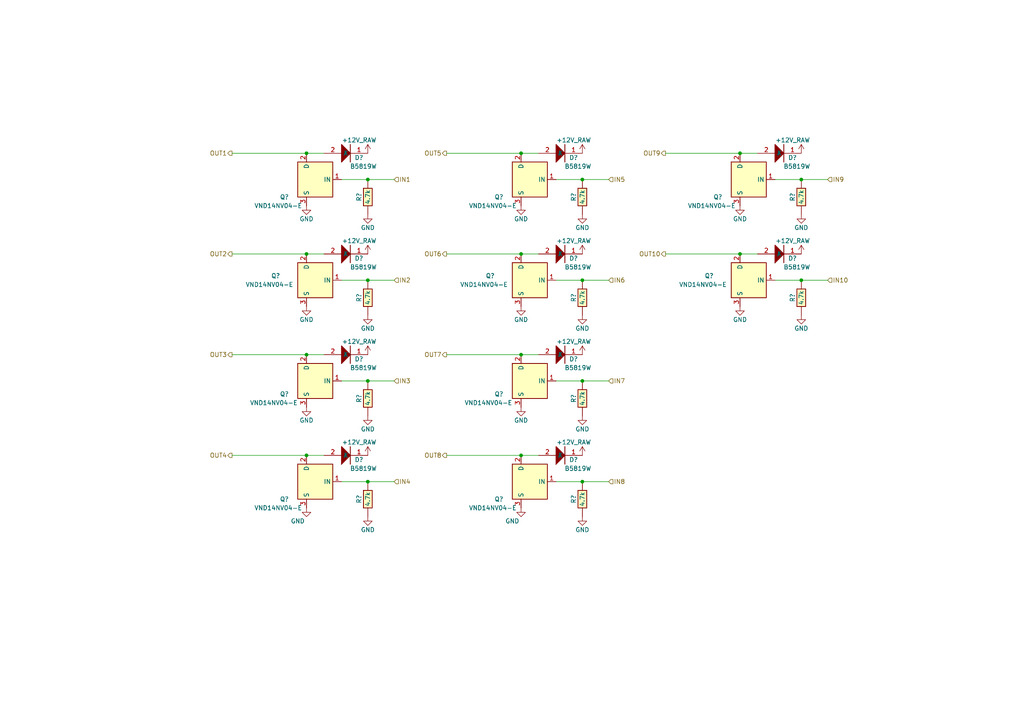
<source format=kicad_sch>
(kicad_sch (version 20230121) (generator eeschema)
  (paper "A4")
  (lib_symbols
    (symbol "Power_Management:AUIPS2041L"
      (property "Reference" "U" (at 3.81 1.27 0))
      (property "Value" "AUIPS2041L" (at 3.81 -1.27 0))
      (symbol "AUIPS2041L_0_1"
        (rectangle (start -7.62 5.08) (end 2.54 -5.08) (stroke (width 0.254)) (fill (type background)))
      )
      (symbol "AUIPS2041L_1_1"
        (pin input line (at -10.16 0 0) (length 2.54) (name "IN") (number "1"))
        (pin passive line (at 0 7.62 270) (length 2.54) (name "D") (number "2"))
        (pin power_in line (at 0 -7.62 90) (length 2.54) (name "S") (number "3"))
      )
    )
    (symbol "hellen-one-common:+12V_RAW" (power) (pin_names (offset 0))
      (property "Value" "+12V_RAW" (at 0 3.556 0))
      (symbol "+12V_RAW_0_1"
        (polyline (pts (xy -0.762 1.27) (xy 0 2.54)))
        (polyline (pts (xy 0 0) (xy 0 2.54)))
        (polyline (pts (xy 0 2.54) (xy 0.762 1.27)))
      )
      (symbol "+12V_RAW_1_1"
        (pin power_in line (at 0 0 90) (length 0) hide (name "+12V_RAW") (number "1"))
      )
    )
    (symbol "hellen-one-common:1N4148WS"
      (property "Reference" "D" (at 0 2.54 0))
      (property "Value" "1N4148WS" (at 0 -3.81 0))
      (symbol "1N4148WS_1_0"
        (polyline (pts (xy 2.54 2.54) (xy 2.54 -2.54)) (stroke (width 0.254)))
        (polyline (pts (xy 0 -2.54) (xy 2.54 0) (xy 0 2.54) (xy 0 -2.54)) (stroke (width 0.254)) (fill (type outline)))
        (pin passive line (at 7.62 0 180) (length 5.08) (name "K") (number "1"))
        (pin passive line (at -5.08 0 0) (length 5.08) (name "A") (number "2"))
      )
    )
    (symbol "hellen-one-common:Res" (pin_numbers hide)
      (property "Reference" "R" (at 3.81 2.54 0))
      (property "Value" "Res" (at 5.08 -2.54 0))
      (symbol "Res_1_0"
        (rectangle (start 2.54 -1.27) (end 7.62 1.27) (stroke (width 0.254)) (fill (type background)))
        (pin passive line (at 0 0 0) (length 2.54) (name "") (number "1"))
        (pin passive line (at 10.16 0 180) (length 2.54) (name "") (number "2"))
      )
    )
    (symbol "power:GND" (power) (pin_names (offset 0))
      (property "Value" "GND" (at 0 -3.81 0))
      (symbol "GND_0_1"
        (polyline (pts (xy 0 0) (xy 0 -1.27) (xy 1.27 -1.27) (xy 0 -2.54) (xy -1.27 -1.27) (xy 0 -1.27)))
      )
      (symbol "GND_1_1"
        (pin power_in line (at 0 0 270) (length 0) hide (name "GND") (number "1"))
      )
    )
  )
  (junction (at 168.91 81.28))
  (junction (at 232.41 52.07))
  (junction (at 214.63 73.66))
  (junction (at 168.91 110.49))
  (junction (at 232.41 81.28))
  (junction (at 168.91 139.7))
  (junction (at 106.68 110.49))
  (junction (at 88.9 73.66))
  (junction (at 151.13 102.87))
  (junction (at 168.91 52.07))
  (junction (at 151.13 73.66))
  (junction (at 88.9 102.87))
  (junction (at 151.13 44.45))
  (junction (at 106.68 139.7))
  (junction (at 214.63 44.45))
  (junction (at 106.68 52.07))
  (junction (at 106.68 81.28))
  (junction (at 88.9 44.45))
  (junction (at 88.9 132.08))
  (junction (at 151.13 132.08))
  (wire (pts (xy 88.9 44.45) (xy 93.98 44.45)))
  (wire (pts (xy 176.53 81.28) (xy 168.91 81.28)))
  (wire (pts (xy 114.3 81.28) (xy 106.68 81.28)))
  (wire (pts (xy 106.68 81.28) (xy 99.06 81.28)))
  (wire (pts (xy 88.9 73.66) (xy 93.98 73.66)))
  (wire (pts (xy 176.53 110.49) (xy 168.91 110.49)))
  (wire (pts (xy 176.53 52.07) (xy 168.91 52.07)))
  (wire (pts (xy 129.54 44.45) (xy 151.13 44.45)))
  (wire (pts (xy 214.63 44.45) (xy 219.71 44.45)))
  (wire (pts (xy 193.04 44.45) (xy 214.63 44.45)))
  (wire (pts (xy 129.54 102.87) (xy 151.13 102.87)))
  (wire (pts (xy 114.3 110.49) (xy 106.68 110.49)))
  (wire (pts (xy 88.9 102.87) (xy 93.98 102.87)))
  (wire (pts (xy 232.41 81.28) (xy 224.79 81.28)))
  (wire (pts (xy 114.3 52.07) (xy 106.68 52.07)))
  (wire (pts (xy 106.68 139.7) (xy 99.06 139.7)))
  (wire (pts (xy 232.41 52.07) (xy 224.79 52.07)))
  (wire (pts (xy 106.68 110.49) (xy 99.06 110.49)))
  (wire (pts (xy 114.3 139.7) (xy 106.68 139.7)))
  (wire (pts (xy 214.63 73.66) (xy 219.71 73.66)))
  (wire (pts (xy 67.31 44.45) (xy 88.9 44.45)))
  (wire (pts (xy 67.31 73.66) (xy 88.9 73.66)))
  (wire (pts (xy 106.68 52.07) (xy 99.06 52.07)))
  (wire (pts (xy 129.54 132.08) (xy 151.13 132.08)))
  (wire (pts (xy 176.53 139.7) (xy 168.91 139.7)))
  (wire (pts (xy 151.13 102.87) (xy 156.21 102.87)))
  (wire (pts (xy 67.31 132.08) (xy 88.9 132.08)))
  (wire (pts (xy 67.31 102.87) (xy 88.9 102.87)))
  (wire (pts (xy 168.91 81.28) (xy 161.29 81.28)))
  (wire (pts (xy 151.13 44.45) (xy 156.21 44.45)))
  (wire (pts (xy 168.91 110.49) (xy 161.29 110.49)))
  (wire (pts (xy 232.41 52.07) (xy 240.03 52.07)))
  (wire (pts (xy 168.91 139.7) (xy 161.29 139.7)))
  (wire (pts (xy 168.91 52.07) (xy 161.29 52.07)))
  (wire (pts (xy 129.54 73.66) (xy 151.13 73.66)))
  (wire (pts (xy 240.03 81.28) (xy 232.41 81.28)))
  (wire (pts (xy 151.13 73.66) (xy 156.21 73.66)))
  (wire (pts (xy 88.9 132.08) (xy 93.98 132.08)))
  (wire (pts (xy 151.13 132.08) (xy 156.21 132.08)))
  (wire (pts (xy 193.04 73.66) (xy 214.63 73.66)))
  (hierarchical_label "IN4" (shape input) (at 114.3 139.7 0))
  (hierarchical_label "IN5" (shape input) (at 176.53 52.07 0))
  (hierarchical_label "IN3" (shape input) (at 114.3 110.49 0))
  (hierarchical_label "OUT7" (shape output) (at 129.54 102.87 180))
  (hierarchical_label "IN10" (shape input) (at 240.03 81.28 0))
  (hierarchical_label "OUT1" (shape output) (at 67.31 44.45 180))
  (hierarchical_label "IN2" (shape input) (at 114.3 81.28 0))
  (hierarchical_label "IN8" (shape input) (at 176.53 139.7 0))
  (hierarchical_label "IN9" (shape input) (at 240.03 52.07 0))
  (hierarchical_label "IN6" (shape input) (at 176.53 81.28 0))
  (hierarchical_label "OUT9" (shape output) (at 193.04 44.45 180))
  (hierarchical_label "OUT8" (shape output) (at 129.54 132.08 180))
  (hierarchical_label "OUT5" (shape output) (at 129.54 44.45 180))
  (hierarchical_label "OUT10" (shape output) (at 193.04 73.66 180))
  (hierarchical_label "IN1" (shape input) (at 114.3 52.07 0))
  (hierarchical_label "OUT4" (shape output) (at 67.31 132.08 180))
  (hierarchical_label "IN7" (shape input) (at 176.53 110.49 0))
  (hierarchical_label "OUT3" (shape output) (at 67.31 102.87 180))
  (hierarchical_label "OUT6" (shape output) (at 129.54 73.66 180))
  (hierarchical_label "OUT2" (shape output) (at 67.31 73.66 180))
  (symbol (lib_id "power:GND") (at 214.63 88.9 0) (mirror y) (unit 1)
    (property "Reference" "#PWR?" (effects hide))
    (property "Value" "GND" (at 214.63 92.71 0))
    (instances (project "alphax_8ch" (path "" (reference "#PWR?") (unit 1)) (path "" (reference "#PWR0389") (unit 1))))
  )
  (symbol (lib_id "power:GND") (at 151.13 88.9 0) (mirror y) (unit 1)
    (property "Reference" "#PWR?" (effects hide))
    (property "Value" "GND" (at 151.13 92.71 0))
    (instances (project "alphax_8ch" (path "" (reference "#PWR?") (unit 1)) (path "" (reference "#PWR0357") (unit 1))))
  )
  (symbol (lib_id "power:GND") (at 88.9 118.11 0) (mirror y) (unit 1)
    (property "Reference" "#PWR?" (effects hide))
    (property "Value" "GND" (at 88.9 121.92 0))
    (instances (project "alphax_8ch" (path "" (reference "#PWR?") (unit 1)) (path "" (reference "#PWR0366") (unit 1))))
  )
  (symbol (lib_id "hellen-one-common:Res") (at 106.68 110.49 270) (unit 1)
    (property "Reference" "R?" (at 104.14 115.57 0))
    (property "Value" "4.7k" (at 106.68 115.57 0))
    (property "Footprint" "hellen-one-common:R0603" (effects hide))
    (property "LCSC" "C23162" (effects hide))
    (instances (project "alphax_8ch" (path "" (reference "R?") (unit 1)) (path "" (reference "R215") (unit 1))))
  )
  (symbol (lib_id "hellen-one-common:1N4148WS") (at 224.79 44.45 0) (unit 1)
    (property "Reference" "D?" (at 229.87 45.72 0))
    (property "Value" "B5819W" (at 231.14 48.26 0))
    (property "Footprint" "hellen-one-common:SOD-123" (effects hide))
    (property "LCSC" "C8598" (effects hide))
    (instances (project "alphax_8ch" (path "" (reference "D?") (unit 1)) (path "" (reference "D100") (unit 1))))
  )
  (symbol (lib_id "hellen-one-common:+12V_RAW") (at 232.41 44.45 0) (mirror y) (unit 1)
    (property "Reference" "#PWR?" (effects hide))
    (property "Value" "+12V_RAW" (at 234.95 40.64 0) (effects (justify left)))
    (instances (project "alphax_8ch" (path "" (reference "#PWR?") (unit 1)) (path "" (reference "#PWR0392") (unit 1))))
  )
  (symbol (lib_id "hellen-one-common:1N4148WS") (at 161.29 73.66 0) (unit 1)
    (property "Reference" "D?" (at 166.37 74.93 0))
    (property "Value" "B5819W" (at 167.64 77.47 0))
    (property "Footprint" "hellen-one-common:SOD-123" (effects hide))
    (property "LCSC" "C8598" (effects hide))
    (instances (project "alphax_8ch" (path "" (reference "D?") (unit 1)) (path "" (reference "D97") (unit 1))))
  )
  (symbol (lib_id "hellen-one-common:1N4148WS") (at 99.06 44.45 0) (unit 1)
    (property "Reference" "D?" (at 104.14 45.72 0))
    (property "Value" "B5819W" (at 105.41 48.26 0))
    (property "Footprint" "hellen-one-common:SOD-123" (effects hide))
    (property "LCSC" "C8598" (effects hide))
    (instances (project "alphax_8ch" (path "" (reference "D?") (unit 1)) (path "" (reference "D92") (unit 1))))
  )
  (symbol (lib_id "power:GND") (at 214.63 59.69 0) (mirror y) (unit 1)
    (property "Reference" "#PWR?" (effects hide))
    (property "Value" "GND" (at 214.63 63.5 0))
    (instances (project "alphax_8ch" (path "" (reference "#PWR?") (unit 1)) (path "" (reference "#PWR0388") (unit 1))))
  )
  (symbol (lib_id "hellen-one-common:Res") (at 168.91 139.7 270) (unit 1)
    (property "Reference" "R?" (at 166.37 144.78 0))
    (property "Value" "4.7k" (at 168.91 144.78 0))
    (property "Footprint" "hellen-one-common:R0603" (effects hide))
    (property "LCSC" "C23162" (effects hide))
    (instances (project "alphax_8ch" (path "" (reference "R?") (unit 1)) (path "" (reference "R212") (unit 1))))
  )
  (symbol (lib_id "hellen-one-common:1N4148WS") (at 224.79 73.66 0) (unit 1)
    (property "Reference" "D?" (at 229.87 74.93 0))
    (property "Value" "B5819W" (at 231.14 77.47 0))
    (property "Footprint" "hellen-one-common:SOD-123" (effects hide))
    (property "LCSC" "C8598" (effects hide))
    (instances (project "alphax_8ch" (path "" (reference "D?") (unit 1)) (path "" (reference "D101") (unit 1))))
  )
  (symbol (lib_id "hellen-one-common:1N4148WS") (at 99.06 102.87 0) (unit 1)
    (property "Reference" "D?" (at 104.14 104.14 0))
    (property "Value" "B5819W" (at 105.41 106.68 0))
    (property "Footprint" "hellen-one-common:SOD-123" (effects hide))
    (property "LCSC" "C8598" (effects hide))
    (instances (project "alphax_8ch" (path "" (reference "D?") (unit 1)) (path "" (reference "D94") (unit 1))))
  )
  (symbol (lib_id "Power_Management:AUIPS2041L") (at 151.13 139.7 0) (mirror y) (unit 1)
    (property "Reference" "Q?" (at 146.05 144.78 0) (effects (justify left)))
    (property "Value" "VND14NV04-E" (at 149.86 147.32 0) (effects (justify left)))
    (property "Footprint" "hellen-one-common:DPAK" (effects hide))
    (property "Datasheet" "https://www.infineon.com/dgdl/Infineon-AUIPS2041-DS-v01_00-EN.pdf?fileId=5546d4625a888733015aae147a9d4c57" (effects hide))
    (property "LCSC" "C155647" (effects hide))
    (instances (project "alphax_8ch" (path "" (reference "Q?") (unit 1)) (path "" (reference "Q57") (unit 1))))
  )
  (symbol (lib_id "hellen-one-common:+12V_RAW") (at 106.68 102.87 0) (mirror y) (unit 1)
    (property "Reference" "#PWR?" (effects hide))
    (property "Value" "+12V_RAW" (at 109.22 99.06 0) (effects (justify left)))
    (instances (project "alphax_8ch" (path "" (reference "#PWR?") (unit 1)) (path "" (reference "#PWR0372") (unit 1))))
  )
  (symbol (lib_id "hellen-one-common:Res") (at 106.68 81.28 270) (unit 1)
    (property "Reference" "R?" (at 104.14 86.36 0))
    (property "Value" "4.7k" (at 106.68 86.36 0))
    (property "Footprint" "hellen-one-common:R0603" (effects hide))
    (property "LCSC" "C23162" (effects hide))
    (instances (project "alphax_8ch" (path "" (reference "R?") (unit 1)) (path "" (reference "R214") (unit 1))))
  )
  (symbol (lib_id "hellen-one-common:Res") (at 232.41 81.28 270) (unit 1)
    (property "Reference" "R?" (at 229.87 86.36 0))
    (property "Value" "4.7k" (at 232.41 86.36 0))
    (property "Footprint" "hellen-one-common:R0603" (effects hide))
    (property "LCSC" "C23162" (effects hide))
    (instances (project "alphax_8ch" (path "" (reference "R?") (unit 1)) (path "" (reference "R222") (unit 1))))
  )
  (symbol (lib_id "power:GND") (at 151.13 59.69 0) (mirror y) (unit 1)
    (property "Reference" "#PWR?" (effects hide))
    (property "Value" "GND" (at 151.13 63.5 0))
    (instances (project "alphax_8ch" (path "" (reference "#PWR?") (unit 1)) (path "" (reference "#PWR0356") (unit 1))))
  )
  (symbol (lib_id "hellen-one-common:+12V_RAW") (at 106.68 73.66 0) (mirror y) (unit 1)
    (property "Reference" "#PWR?" (effects hide))
    (property "Value" "+12V_RAW" (at 109.22 69.85 0) (effects (justify left)))
    (instances (project "alphax_8ch" (path "" (reference "#PWR?") (unit 1)) (path "" (reference "#PWR0370") (unit 1))))
  )
  (symbol (lib_id "Power_Management:AUIPS2041L") (at 88.9 81.28 0) (mirror y) (unit 1)
    (property "Reference" "Q?" (at 81.28 80.01 0) (effects (justify left)))
    (property "Value" "VND14NV04-E" (at 85.09 82.55 0) (effects (justify left)))
    (property "Footprint" "hellen-one-common:DPAK" (effects hide))
    (property "Datasheet" "https://www.infineon.com/dgdl/Infineon-AUIPS2041-DS-v01_00-EN.pdf?fileId=5546d4625a888733015aae147a9d4c57" (effects hide))
    (property "LCSC" " C155647" (effects hide))
    (instances (project "alphax_8ch" (path "" (reference "Q?") (unit 1)) (path "" (reference "Q59") (unit 1))))
  )
  (symbol (lib_id "hellen-one-common:+12V_RAW") (at 232.41 73.66 0) (mirror y) (unit 1)
    (property "Reference" "#PWR?" (effects hide))
    (property "Value" "+12V_RAW" (at 234.95 69.85 0) (effects (justify left)))
    (instances (project "alphax_8ch" (path "" (reference "#PWR?") (unit 1)) (path "" (reference "#PWR0394") (unit 1))))
  )
  (symbol (lib_id "power:GND") (at 88.9 147.32 0) (mirror y) (unit 1)
    (property "Reference" "#PWR?" (effects hide))
    (property "Value" "GND" (at 86.36 151.13 0))
    (instances (project "alphax_8ch" (path "" (reference "#PWR?") (unit 1)) (path "" (reference "#PWR0367") (unit 1))))
  )
  (symbol (lib_id "power:GND") (at 88.9 88.9 0) (mirror y) (unit 1)
    (property "Reference" "#PWR?" (effects hide))
    (property "Value" "GND" (at 88.9 92.71 0))
    (instances (project "alphax_8ch" (path "" (reference "#PWR?") (unit 1)) (path "" (reference "#PWR0365") (unit 1))))
  )
  (symbol (lib_id "hellen-one-common:Res") (at 232.41 52.07 270) (unit 1)
    (property "Reference" "R?" (at 229.87 57.15 0))
    (property "Value" "4.7k" (at 232.41 57.15 0))
    (property "Footprint" "hellen-one-common:R0603" (effects hide))
    (property "LCSC" "C23162" (effects hide))
    (instances (project "alphax_8ch" (path "" (reference "R?") (unit 1)) (path "" (reference "R221") (unit 1))))
  )
  (symbol (lib_id "power:GND") (at 88.9 59.69 0) (mirror y) (unit 1)
    (property "Reference" "#PWR?" (effects hide))
    (property "Value" "GND" (at 88.9 63.5 0))
    (instances (project "alphax_8ch" (path "" (reference "#PWR?") (unit 1)) (path "" (reference "#PWR0364") (unit 1))))
  )
  (symbol (lib_id "power:GND") (at 106.68 91.44 0) (mirror y) (unit 1)
    (property "Reference" "#PWR?" (effects hide))
    (property "Value" "GND" (at 106.68 95.25 0))
    (instances (project "alphax_8ch" (path "" (reference "#PWR?") (unit 1)) (path "" (reference "#PWR0371") (unit 1))))
  )
  (symbol (lib_id "power:GND") (at 232.41 91.44 0) (mirror y) (unit 1)
    (property "Reference" "#PWR?" (effects hide))
    (property "Value" "GND" (at 232.41 95.25 0))
    (instances (project "alphax_8ch" (path "" (reference "#PWR?") (unit 1)) (path "" (reference "#PWR0395") (unit 1))))
  )
  (symbol (lib_id "Power_Management:AUIPS2041L") (at 88.9 139.7 0) (mirror y) (unit 1)
    (property "Reference" "Q?" (at 83.82 144.78 0) (effects (justify left)))
    (property "Value" "VND14NV04-E" (at 87.63 147.32 0) (effects (justify left)))
    (property "Footprint" "hellen-one-common:DPAK" (effects hide))
    (property "Datasheet" "https://www.infineon.com/dgdl/Infineon-AUIPS2041-DS-v01_00-EN.pdf?fileId=5546d4625a888733015aae147a9d4c57" (effects hide))
    (property "LCSC" "C155647" (effects hide))
    (instances (project "alphax_8ch" (path "" (reference "Q?") (unit 1)) (path "" (reference "Q61") (unit 1))))
  )
  (symbol (lib_id "hellen-one-common:+12V_RAW") (at 168.91 102.87 0) (mirror y) (unit 1)
    (property "Reference" "#PWR?" (effects hide))
    (property "Value" "+12V_RAW" (at 171.45 99.06 0) (effects (justify left)))
    (instances (project "alphax_8ch" (path "" (reference "#PWR?") (unit 1)) (path "" (reference "#PWR0384") (unit 1))))
  )
  (symbol (lib_id "hellen-one-common:+12V_RAW") (at 106.68 132.08 0) (mirror y) (unit 1)
    (property "Reference" "#PWR?" (effects hide))
    (property "Value" "+12V_RAW" (at 109.22 128.27 0) (effects (justify left)))
    (instances (project "alphax_8ch" (path "" (reference "#PWR?") (unit 1)) (path "" (reference "#PWR0374") (unit 1))))
  )
  (symbol (lib_id "Power_Management:AUIPS2041L") (at 151.13 110.49 0) (mirror y) (unit 1)
    (property "Reference" "Q?" (at 146.05 114.3 0) (effects (justify left)))
    (property "Value" "VND14NV04-E" (at 148.59 116.84 0) (effects (justify left)))
    (property "Footprint" "hellen-one-common:DPAK" (effects hide))
    (property "Datasheet" "https://www.infineon.com/dgdl/Infineon-AUIPS2041-DS-v01_00-EN.pdf?fileId=5546d4625a888733015aae147a9d4c57" (effects hide))
    (property "LCSC" "C155647" (effects hide))
    (instances (project "alphax_8ch" (path "" (reference "Q?") (unit 1)) (path "" (reference "Q56") (unit 1))))
  )
  (symbol (lib_id "power:GND") (at 168.91 62.23 0) (mirror y) (unit 1)
    (property "Reference" "#PWR?" (effects hide))
    (property "Value" "GND" (at 168.91 66.04 0))
    (instances (project "alphax_8ch" (path "" (reference "#PWR?") (unit 1)) (path "" (reference "#PWR0361") (unit 1))))
  )
  (symbol (lib_id "hellen-one-common:+12V_RAW") (at 106.68 44.45 0) (mirror y) (unit 1)
    (property "Reference" "#PWR?" (effects hide))
    (property "Value" "+12V_RAW" (at 109.22 40.64 0) (effects (justify left)))
    (instances (project "alphax_8ch" (path "" (reference "#PWR?") (unit 1)) (path "" (reference "#PWR0368") (unit 1))))
  )
  (symbol (lib_id "hellen-one-common:1N4148WS") (at 161.29 102.87 0) (unit 1)
    (property "Reference" "D?" (at 166.37 104.14 0))
    (property "Value" "B5819W" (at 167.64 106.68 0))
    (property "Footprint" "hellen-one-common:SOD-123" (effects hide))
    (property "LCSC" "C8598" (effects hide))
    (instances (project "alphax_8ch" (path "" (reference "D?") (unit 1)) (path "" (reference "D98") (unit 1))))
  )
  (symbol (lib_id "hellen-one-common:+12V_RAW") (at 168.91 132.08 0) (mirror y) (unit 1)
    (property "Reference" "#PWR?" (effects hide))
    (property "Value" "+12V_RAW" (at 171.45 128.27 0) (effects (justify left)))
    (instances (project "alphax_8ch" (path "" (reference "#PWR?") (unit 1)) (path "" (reference "#PWR0386") (unit 1))))
  )
  (symbol (lib_id "hellen-one-common:Res") (at 168.91 81.28 270) (unit 1)
    (property "Reference" "R?" (at 166.37 86.36 0))
    (property "Value" "4.7k" (at 168.91 86.36 0))
    (property "Footprint" "hellen-one-common:R0603" (effects hide))
    (property "LCSC" "C23162" (effects hide))
    (instances (project "alphax_8ch" (path "" (reference "R?") (unit 1)) (path "" (reference "R210") (unit 1))))
  )
  (symbol (lib_id "power:GND") (at 106.68 149.86 0) (mirror y) (unit 1)
    (property "Reference" "#PWR?" (effects hide))
    (property "Value" "GND" (at 106.68 153.67 0))
    (instances (project "alphax_8ch" (path "" (reference "#PWR?") (unit 1)) (path "" (reference "#PWR0375") (unit 1))))
  )
  (symbol (lib_id "power:GND") (at 232.41 62.23 0) (mirror y) (unit 1)
    (property "Reference" "#PWR?" (effects hide))
    (property "Value" "GND" (at 232.41 66.04 0))
    (instances (project "alphax_8ch" (path "" (reference "#PWR?") (unit 1)) (path "" (reference "#PWR0393") (unit 1))))
  )
  (symbol (lib_id "Power_Management:AUIPS2041L") (at 214.63 52.07 0) (mirror y) (unit 1)
    (property "Reference" "Q?" (at 209.55 57.15 0) (effects (justify left)))
    (property "Value" "VND14NV04-E" (at 213.36 59.69 0) (effects (justify left)))
    (property "Footprint" "hellen-one-common:DPAK" (effects hide))
    (property "Datasheet" "https://www.infineon.com/dgdl/Infineon-AUIPS2041-DS-v01_00-EN.pdf?fileId=5546d4625a888733015aae147a9d4c57" (effects hide))
    (property "LCSC" "C155647" (effects hide))
    (instances (project "alphax_8ch" (path "" (reference "Q?") (unit 1)) (path "" (reference "Q66") (unit 1))))
  )
  (symbol (lib_id "hellen-one-common:Res") (at 168.91 110.49 270) (unit 1)
    (property "Reference" "R?" (at 166.37 115.57 0))
    (property "Value" "4.7k" (at 168.91 115.57 0))
    (property "Footprint" "hellen-one-common:R0603" (effects hide))
    (property "LCSC" "C23162" (effects hide))
    (instances (project "alphax_8ch" (path "" (reference "R?") (unit 1)) (path "" (reference "R211") (unit 1))))
  )
  (symbol (lib_id "hellen-one-common:Res") (at 106.68 139.7 270) (unit 1)
    (property "Reference" "R?" (at 104.14 144.78 0))
    (property "Value" "4.7k" (at 106.68 144.78 0))
    (property "Footprint" "hellen-one-common:R0603" (effects hide))
    (property "LCSC" "C23162" (effects hide))
    (instances (project "alphax_8ch" (path "" (reference "R?") (unit 1)) (path "" (reference "R216") (unit 1))))
  )
  (symbol (lib_id "hellen-one-common:1N4148WS") (at 99.06 73.66 0) (unit 1)
    (property "Reference" "D?" (at 104.14 74.93 0))
    (property "Value" "B5819W" (at 105.41 77.47 0))
    (property "Footprint" "hellen-one-common:SOD-123" (effects hide))
    (property "LCSC" "C8598" (effects hide))
    (instances (project "alphax_8ch" (path "" (reference "D?") (unit 1)) (path "" (reference "D93") (unit 1))))
  )
  (symbol (lib_id "hellen-one-common:+12V_RAW") (at 168.91 73.66 0) (mirror y) (unit 1)
    (property "Reference" "#PWR?" (effects hide))
    (property "Value" "+12V_RAW" (at 171.45 69.85 0) (effects (justify left)))
    (instances (project "alphax_8ch" (path "" (reference "#PWR?") (unit 1)) (path "" (reference "#PWR0362") (unit 1))))
  )
  (symbol (lib_id "power:GND") (at 151.13 118.11 0) (mirror y) (unit 1)
    (property "Reference" "#PWR?" (effects hide))
    (property "Value" "GND" (at 151.13 121.92 0))
    (instances (project "alphax_8ch" (path "" (reference "#PWR?") (unit 1)) (path "" (reference "#PWR0358") (unit 1))))
  )
  (symbol (lib_id "power:GND") (at 168.91 120.65 0) (mirror y) (unit 1)
    (property "Reference" "#PWR?" (effects hide))
    (property "Value" "GND" (at 168.91 124.46 0))
    (instances (project "alphax_8ch" (path "" (reference "#PWR?") (unit 1)) (path "" (reference "#PWR0385") (unit 1))))
  )
  (symbol (lib_id "power:GND") (at 168.91 91.44 0) (mirror y) (unit 1)
    (property "Reference" "#PWR?" (effects hide))
    (property "Value" "GND" (at 168.91 95.25 0))
    (instances (project "alphax_8ch" (path "" (reference "#PWR?") (unit 1)) (path "" (reference "#PWR0363") (unit 1))))
  )
  (symbol (lib_id "hellen-one-common:1N4148WS") (at 99.06 132.08 0) (unit 1)
    (property "Reference" "D?" (at 104.14 133.35 0))
    (property "Value" "B5819W" (at 105.41 135.89 0))
    (property "Footprint" "hellen-one-common:SOD-123" (effects hide))
    (property "LCSC" "C8598" (effects hide))
    (instances (project "alphax_8ch" (path "" (reference "D?") (unit 1)) (path "" (reference "D95") (unit 1))))
  )
  (symbol (lib_id "power:GND") (at 106.68 62.23 0) (mirror y) (unit 1)
    (property "Reference" "#PWR?" (effects hide))
    (property "Value" "GND" (at 106.68 66.04 0))
    (instances (project "alphax_8ch" (path "" (reference "#PWR?") (unit 1)) (path "" (reference "#PWR0369") (unit 1))))
  )
  (symbol (lib_id "hellen-one-common:1N4148WS") (at 161.29 132.08 0) (unit 1)
    (property "Reference" "D?" (at 166.37 133.35 0))
    (property "Value" "B5819W" (at 167.64 135.89 0))
    (property "Footprint" "hellen-one-common:SOD-123" (effects hide))
    (property "LCSC" "C8598" (effects hide))
    (instances (project "alphax_8ch" (path "" (reference "D?") (unit 1)) (path "" (reference "D99") (unit 1))))
  )
  (symbol (lib_id "power:GND") (at 151.13 147.32 0) (mirror y) (unit 1)
    (property "Reference" "#PWR?" (effects hide))
    (property "Value" "GND" (at 148.59 151.13 0))
    (instances (project "alphax_8ch" (path "" (reference "#PWR?") (unit 1)) (path "" (reference "#PWR0359") (unit 1))))
  )
  (symbol (lib_id "power:GND") (at 168.91 149.86 0) (mirror y) (unit 1)
    (property "Reference" "#PWR?" (effects hide))
    (property "Value" "GND" (at 168.91 153.67 0))
    (instances (project "alphax_8ch" (path "" (reference "#PWR?") (unit 1)) (path "" (reference "#PWR0387") (unit 1))))
  )
  (symbol (lib_id "Power_Management:AUIPS2041L") (at 151.13 52.07 0) (mirror y) (unit 1)
    (property "Reference" "Q?" (at 146.05 57.15 0) (effects (justify left)))
    (property "Value" "VND14NV04-E" (at 149.86 59.69 0) (effects (justify left)))
    (property "Footprint" "hellen-one-common:DPAK" (effects hide))
    (property "Datasheet" "https://www.infineon.com/dgdl/Infineon-AUIPS2041-DS-v01_00-EN.pdf?fileId=5546d4625a888733015aae147a9d4c57" (effects hide))
    (property "LCSC" "C155647" (effects hide))
    (instances (project "alphax_8ch" (path "" (reference "Q?") (unit 1)) (path "" (reference "Q54") (unit 1))))
  )
  (symbol (lib_id "Power_Management:AUIPS2041L") (at 88.9 110.49 0) (mirror y) (unit 1)
    (property "Reference" "Q?" (at 83.82 114.3 0) (effects (justify left)))
    (property "Value" "VND14NV04-E" (at 86.36 116.84 0) (effects (justify left)))
    (property "Footprint" "hellen-one-common:DPAK" (effects hide))
    (property "Datasheet" "https://www.infineon.com/dgdl/Infineon-AUIPS2041-DS-v01_00-EN.pdf?fileId=5546d4625a888733015aae147a9d4c57" (effects hide))
    (property "LCSC" "C155647" (effects hide))
    (instances (project "alphax_8ch" (path "" (reference "Q?") (unit 1)) (path "" (reference "Q60") (unit 1))))
  )
  (symbol (lib_id "hellen-one-common:1N4148WS") (at 161.29 44.45 0) (unit 1)
    (property "Reference" "D?" (at 166.37 45.72 0))
    (property "Value" "B5819W" (at 167.64 48.26 0))
    (property "Footprint" "hellen-one-common:SOD-123" (effects hide))
    (property "LCSC" "C8598" (effects hide))
    (instances (project "alphax_8ch" (path "" (reference "D?") (unit 1)) (path "" (reference "D96") (unit 1))))
  )
  (symbol (lib_id "Power_Management:AUIPS2041L") (at 214.63 81.28 0) (mirror y) (unit 1)
    (property "Reference" "Q?" (at 207.01 80.01 0) (effects (justify left)))
    (property "Value" "VND14NV04-E" (at 210.82 82.55 0) (effects (justify left)))
    (property "Footprint" "hellen-one-common:DPAK" (effects hide))
    (property "Datasheet" "https://www.infineon.com/dgdl/Infineon-AUIPS2041-DS-v01_00-EN.pdf?fileId=5546d4625a888733015aae147a9d4c57" (effects hide))
    (property "LCSC" " C155647" (effects hide))
    (instances (project "alphax_8ch" (path "" (reference "Q?") (unit 1)) (path "" (reference "Q67") (unit 1))))
  )
  (symbol (lib_id "power:GND") (at 106.68 120.65 0) (mirror y) (unit 1)
    (property "Reference" "#PWR?" (effects hide))
    (property "Value" "GND" (at 106.68 124.46 0))
    (instances (project "alphax_8ch" (path "" (reference "#PWR?") (unit 1)) (path "" (reference "#PWR0373") (unit 1))))
  )
  (symbol (lib_id "hellen-one-common:Res") (at 106.68 52.07 270) (unit 1)
    (property "Reference" "R?" (at 104.14 57.15 0))
    (property "Value" "4.7k" (at 106.68 57.15 0))
    (property "Footprint" "hellen-one-common:R0603" (effects hide))
    (property "LCSC" "C23162" (effects hide))
    (instances (project "alphax_8ch" (path "" (reference "R?") (unit 1)) (path "" (reference "R213") (unit 1))))
  )
  (symbol (lib_id "Power_Management:AUIPS2041L") (at 88.9 52.07 0) (mirror y) (unit 1)
    (property "Reference" "Q?" (at 83.82 57.15 0) (effects (justify left)))
    (property "Value" "VND14NV04-E" (at 87.63 59.69 0) (effects (justify left)))
    (property "Footprint" "hellen-one-common:DPAK" (effects hide))
    (property "Datasheet" "https://www.infineon.com/dgdl/Infineon-AUIPS2041-DS-v01_00-EN.pdf?fileId=5546d4625a888733015aae147a9d4c57" (effects hide))
    (property "LCSC" "C155647" (effects hide))
    (instances (project "alphax_8ch" (path "" (reference "Q?") (unit 1)) (path "" (reference "Q58") (unit 1))))
  )
  (symbol (lib_id "Power_Management:AUIPS2041L") (at 151.13 81.28 0) (mirror y) (unit 1)
    (property "Reference" "Q?" (at 143.51 80.01 0) (effects (justify left)))
    (property "Value" "VND14NV04-E" (at 147.32 82.55 0) (effects (justify left)))
    (property "Footprint" "hellen-one-common:DPAK" (effects hide))
    (property "Datasheet" "https://www.infineon.com/dgdl/Infineon-AUIPS2041-DS-v01_00-EN.pdf?fileId=5546d4625a888733015aae147a9d4c57" (effects hide))
    (property "LCSC" " C155647" (effects hide))
    (instances (project "alphax_8ch" (path "" (reference "Q?") (unit 1)) (path "" (reference "Q55") (unit 1))))
  )
  (symbol (lib_id "hellen-one-common:+12V_RAW") (at 168.91 44.45 0) (mirror y) (unit 1)
    (property "Reference" "#PWR?" (effects hide))
    (property "Value" "+12V_RAW" (at 171.45 40.64 0) (effects (justify left)))
    (instances (project "alphax_8ch" (path "" (reference "#PWR?") (unit 1)) (path "" (reference "#PWR0360") (unit 1))))
  )
  (symbol (lib_id "hellen-one-common:Res") (at 168.91 52.07 270) (unit 1)
    (property "Reference" "R?" (at 166.37 57.15 0))
    (property "Value" "4.7k" (at 168.91 57.15 0))
    (property "Footprint" "hellen-one-common:R0603" (effects hide))
    (property "LCSC" "C23162" (effects hide))
    (instances (project "alphax_8ch" (path "" (reference "R?") (unit 1)) (path "" (reference "R209") (unit 1))))
  )
)
</source>
